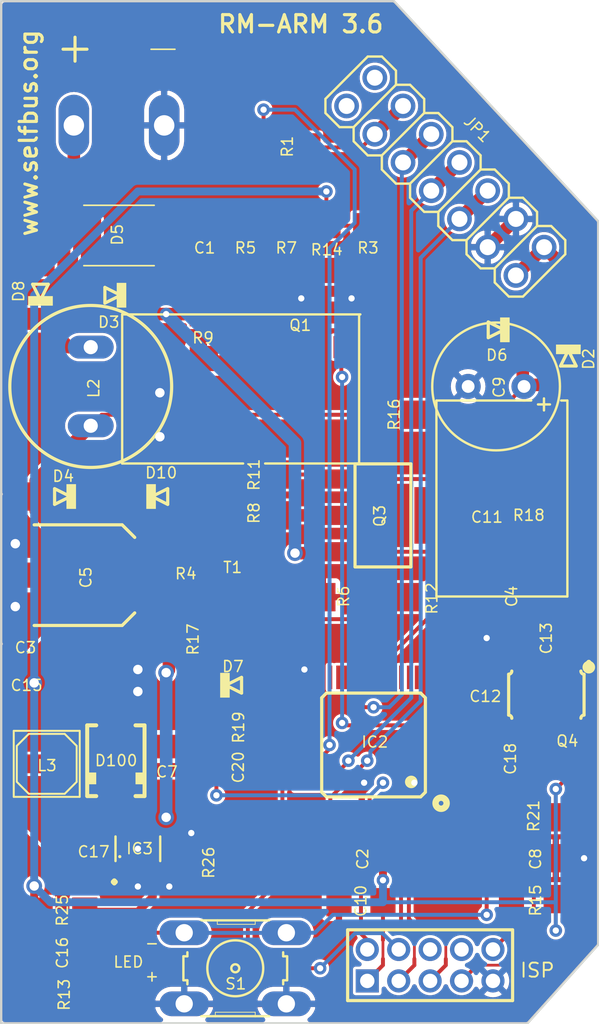
<source format=kicad_pcb>
(kicad_pcb (version 20171130) (host pcbnew 5.0.0-rc2-dev-unknown-6866c0c~65~ubuntu16.04.1)
  (layers (0 Top signal) (31 Bottom signal) (34 B.Paste user) (35 F.Paste user) (36 B.SilkS user) (37 F.SilkS user) (38 B.Mask user) (39 F.Mask user) (44 Edge.Cuts user))
  (net 0 "")
  (net 1 GND)
  (net 2 "Net-(C1-Pad2)")
  (net 3 "Net-(C1-Pad1)")
  (net 4 /EIB_OUT)
  (net 5 "Net-(C4-Pad1)")
  (net 6 "Net-(R12-Pad2)")
  (net 7 /PROG)
  (net 8 "Net-(R4-Pad1)")
  (net 9 "Net-(D10-PadA)")
  (net 10 "Net-(C11-Pad2)")
  (net 11 "Net-(D8-PadC)")
  (net 12 "Net-(JP1-Pad14)")
  (net 13 "Net-(JP1-Pad13)")
  (net 14 "Net-(JP1-Pad11)")
  (net 15 /LT5)
  (net 16 /TXD)
  (net 17 /RXD)
  (net 18 "Net-(D2-PadC)")
  (net 19 "Net-(Q1-PadB)")
  (net 20 "Net-(Q3-Pad2)")
  (net 21 /EIB_IN)
  (net 22 "Net-(D3-PadA)")
  (net 23 /RESET)
  (net 24 "Net-(C9-Pad+)")
  (net 25 "Net-(D10-PadC)")
  (net 26 "Net-(Q3-Pad4)")
  (net 27 "Net-(IC2-Pad48)")
  (net 28 /IO14)
  (net 29 /IO15)
  (net 30 /IO13)
  (net 31 /PWM)
  (net 32 /BUS_V1)
  (net 33 /IO12)
  (net 34 /SWDIO)
  (net 35 /LT9)
  (net 36 /IO11)
  (net 37 /IO10)
  (net 38 /IO9)
  (net 39 /LT8)
  (net 40 /IO8)
  (net 41 /SWCLK)
  (net 42 /IO7)
  (net 43 /IO6)
  (net 44 /IO1)
  (net 45 /IO3)
  (net 46 /IO4)
  (net 47 /IO2)
  (net 48 /APROG)
  (net 49 /LT4)
  (net 50 /LT3)
  (net 51 /LT6)
  (net 52 /SDA)
  (net 53 /SCL)
  (net 54 /LT2)
  (net 55 /LT1)
  (net 56 /ID2)
  (net 57 /ID1)
  (net 58 /IO5)
  (net 59 "Net-(IC2-Pad7)")
  (net 60 "Net-(C12-Pad2)")
  (net 61 /ISP_EN)
  (net 62 "Net-(IC2-Pad1)")
  (net 63 "Net-(C18-Pad1)")
  (net 64 "Net-(C17-Pad1)")
  (net 65 "Net-(C16-Pad1)")
  (net 66 "Net-(C17-Pad2)")
  (net 67 "Net-(JTAG1-Pad8)")
  (net 68 "Net-(JTAG1-Pad6)")
  (net 69 /LT7)
  (net 70 "Net-(LED1-Pad2)")
  (net 71 +3V3)
  (net 72 EIB_DC)
  (module Rauchmelder_3.6:C1206 (layer Top) (at 163.4 127 180)
    (fp_text reference C8 (at 0.3 0.7 90) (layer F.SilkS) (effects (font (size 0.7 0.7) (thickness 0.1)) (justify right top)))
    (fp_text value 10n hide)
    (pad 1 smd rect (at -1.4 0 180) (size 1.6 1.8) (layers Top F.Paste F.Mask) (net 1 GND))
    (pad 2 smd rect (at 1.4 0 180) (size 1.6 1.8) (layers Top F.Paste F.Mask) (net 23 /RESET))
  )
  (module Rauchmelder_3.6:C1206 (layer Top) (at 142.4 88.2 90)
    (fp_text reference C1 (at -0.4 -0.7 180) (layer F.SilkS) (effects (font (size 0.7 0.7) (thickness 0.1)) (justify left bottom)))
    (fp_text value 100n hide)
    (pad 1 smd rect (at -1.4 0 90) (size 1.6 1.8) (layers Top F.Paste F.Mask) (net 3 "Net-(C1-Pad1)"))
    (pad 2 smd rect (at 1.4 0 90) (size 1.6 1.8) (layers Top F.Paste F.Mask) (net 2 "Net-(C1-Pad2)"))
  )
  (module Rauchmelder_3.6:C1206 (layer Top) (at 152.4 127)
    (fp_text reference C2 (at -0.3 -0.7 90) (layer F.SilkS) (effects (font (size 0.7 0.7) (thickness 0.1)) (justify right top)))
    (fp_text value 1µF hide)
    (pad 1 smd rect (at -1.4 0) (size 1.6 1.8) (layers Top F.Paste F.Mask) (net 1 GND))
    (pad 2 smd rect (at 1.4 0) (size 1.6 1.8) (layers Top F.Paste F.Mask) (net 71 +3V3))
  )
  (module Rauchmelder_3.6:C1206 (layer Top) (at 162 110.4)
    (fp_text reference C4 (at 0.4 0.7 90) (layer F.SilkS) (effects (font (size 0.7 0.7) (thickness 0.1)) (justify left bottom)))
    (fp_text value 10n hide)
    (pad 1 smd rect (at -1.4 0) (size 1.6 1.8) (layers Top F.Paste F.Mask) (net 5 "Net-(C4-Pad1)"))
    (pad 2 smd rect (at 1.4 0) (size 1.6 1.8) (layers Top F.Paste F.Mask) (net 4 /EIB_OUT))
  )
  (module Rauchmelder_3.6:C1206 (layer Top) (at 160.4 105.2 90)
    (fp_text reference C11 (at 0.3 1.1 180) (layer F.SilkS) (effects (font (size 0.7 0.7) (thickness 0.1)) (justify right top)))
    (fp_text value 10n hide)
    (pad 1 smd rect (at -1.4 0 90) (size 1.6 1.8) (layers Top F.Paste F.Mask) (net 3 "Net-(C1-Pad1)"))
    (pad 2 smd rect (at 1.4 0 90) (size 1.6 1.8) (layers Top F.Paste F.Mask) (net 10 "Net-(C11-Pad2)"))
  )
  (module Rauchmelder_3.6:C1206 (layer Top) (at 152.4 129.8)
    (fp_text reference C10 (at 0.4 1 90) (layer F.SilkS) (effects (font (size 0.7 0.7) (thickness 0.1)) (justify left bottom)))
    (fp_text value 100nF hide)
    (pad 1 smd rect (at -1.4 0) (size 1.6 1.8) (layers Top F.Paste F.Mask) (net 1 GND))
    (pad 2 smd rect (at 1.4 0) (size 1.6 1.8) (layers Top F.Paste F.Mask) (net 71 +3V3))
  )
  (module Rauchmelder_3.6:C1206 (layer Top) (at 160.4 116.6 270)
    (fp_text reference C12 (at -0.3 -1 180) (layer F.SilkS) (effects (font (size 0.7 0.7) (thickness 0.1)) (justify right top)))
    (fp_text value 220p hide)
    (pad 1 smd rect (at -1.4 0 270) (size 1.6 1.8) (layers Top F.Paste F.Mask) (net 1 GND))
    (pad 2 smd rect (at 1.4 0 270) (size 1.6 1.8) (layers Top F.Paste F.Mask) (net 60 "Net-(C12-Pad2)"))
  )
  (module Rauchmelder_3.6:C1206 (layer Top) (at 161.8 120.6 180)
    (fp_text reference C18 (at 0.3 1 90) (layer F.SilkS) (effects (font (size 0.7 0.7) (thickness 0.1)) (justify right top)))
    (fp_text value 100p hide)
    (pad 1 smd rect (at -1.4 0 180) (size 1.6 1.8) (layers Top F.Paste F.Mask) (net 63 "Net-(C18-Pad1)"))
    (pad 2 smd rect (at 1.4 0 180) (size 1.6 1.8) (layers Top F.Paste F.Mask) (net 60 "Net-(C12-Pad2)"))
  )
  (module Rauchmelder_3.6:C1206 (layer Top) (at 164.2 113)
    (fp_text reference C13 (at 0.4 1.1 90) (layer F.SilkS) (effects (font (size 0.7 0.7) (thickness 0.1)) (justify left bottom)))
    (fp_text value 10n hide)
    (pad 1 smd rect (at -1.4 0) (size 1.6 1.8) (layers Top F.Paste F.Mask) (net 1 GND))
    (pad 2 smd rect (at 1.4 0) (size 1.6 1.8) (layers Top F.Paste F.Mask) (net 71 +3V3))
  )
  (module Rauchmelder_3.6:C1206 (layer Top) (at 144.6 121.2 180)
    (fp_text reference C20 (at -0.4 -1.1 270) (layer F.SilkS) (effects (font (size 0.7 0.7) (thickness 0.1)) (justify left bottom)))
    (fp_text value 100n hide)
    (pad 1 smd rect (at -1.4 0 180) (size 1.6 1.8) (layers Top F.Paste F.Mask) (net 1 GND))
    (pad 2 smd rect (at 1.4 0 180) (size 1.6 1.8) (layers Top F.Paste F.Mask) (net 32 /BUS_V1))
  )
  (module Rauchmelder_3.6:C1206 (layer Top) (at 134.6 116.2 180)
    (fp_text reference C15 (at 2.4 0.6) (layer F.SilkS) (effects (font (size 0.7 0.7) (thickness 0.1)) (justify right top)))
    (fp_text value 22µ/10V hide)
    (pad 1 smd rect (at -1.4 0 180) (size 1.6 1.8) (layers Top F.Paste F.Mask) (net 1 GND))
    (pad 2 smd rect (at 1.4 0 180) (size 1.6 1.8) (layers Top F.Paste F.Mask) (net 71 +3V3))
  )
  (module Rauchmelder_3.6:C1206 (layer Top) (at 135.2 126.6 270)
    (fp_text reference C17 (at 0.4 0.9 180) (layer F.SilkS) (effects (font (size 0.7 0.7) (thickness 0.1)) (justify left bottom)))
    (fp_text value 15nF hide)
    (pad 1 smd rect (at -1.4 0 270) (size 1.6 1.8) (layers Top F.Paste F.Mask) (net 64 "Net-(C17-Pad1)"))
    (pad 2 smd rect (at 1.4 0 270) (size 1.6 1.8) (layers Top F.Paste F.Mask) (net 66 "Net-(C17-Pad2)"))
  )
  (module Rauchmelder_3.6:C1206 (layer Top) (at 133.4 133 180)
    (fp_text reference C16 (at -0.4 -1.1 90) (layer F.SilkS) (effects (font (size 0.7 0.7) (thickness 0.1)) (justify left bottom)))
    (fp_text value 270n hide)
    (pad 1 smd rect (at -1.4 0 180) (size 1.6 1.8) (layers Top F.Paste F.Mask) (net 65 "Net-(C16-Pad1)"))
    (pad 2 smd rect (at 1.4 0 180) (size 1.6 1.8) (layers Top F.Paste F.Mask) (net 71 +3V3))
  )
  (module Rauchmelder_3.6:C1206 (layer Top) (at 134.6 113.8 180)
    (fp_text reference C3 (at 2.8 0.6) (layer F.SilkS) (effects (font (size 0.7 0.7) (thickness 0.1)) (justify right top)))
    (fp_text value 100n hide)
    (pad 1 smd rect (at -1.4 0 180) (size 1.6 1.8) (layers Top F.Paste F.Mask) (net 1 GND))
    (pad 2 smd rect (at 1.4 0 180) (size 1.6 1.8) (layers Top F.Paste F.Mask) (net 71 +3V3))
  )
  (module Rauchmelder_3.6:R1206 (layer Top) (at 163.4 124.4)
    (fp_text reference R21 (at 0.4 1 90) (layer F.SilkS) (effects (font (size 0.7 0.7) (thickness 0.1)) (justify left bottom)))
    (fp_text value 100k hide)
    (pad 2 smd rect (at 1.422 0) (size 1.6 1.803) (layers Top F.Paste F.Mask) (net 71 +3V3))
    (pad 1 smd rect (at -1.422 0) (size 1.6 1.803) (layers Top F.Paste F.Mask) (net 61 /ISP_EN))
  )
  (module Rauchmelder_3.6:R1206 (layer Top) (at 156.8 110.4 180)
    (fp_text reference R12 (at 0.3 1 90) (layer F.SilkS) (effects (font (size 0.7 0.7) (thickness 0.1)) (justify right top)))
    (fp_text value 5k6 hide)
    (pad 2 smd rect (at 1.422 0 180) (size 1.6 1.803) (layers Top F.Paste F.Mask) (net 6 "Net-(R12-Pad2)"))
    (pad 1 smd rect (at -1.422 0 180) (size 1.6 1.803) (layers Top F.Paste F.Mask) (net 5 "Net-(C4-Pad1)"))
  )
  (module Rauchmelder_3.6:R1206 (layer Top) (at 151.4 110.4)
    (fp_text reference R6 (at 0.3 0.7 90) (layer F.SilkS) (effects (font (size 0.7 0.7) (thickness 0.1)) (justify left bottom)))
    (fp_text value 100k hide)
    (pad 2 smd rect (at 1.422 0) (size 1.6 1.803) (layers Top F.Paste F.Mask) (net 6 "Net-(R12-Pad2)"))
    (pad 1 smd rect (at -1.422 0) (size 1.6 1.803) (layers Top F.Paste F.Mask) (net 1 GND))
  )
  (module Rauchmelder_3.6:R1206 (layer Top) (at 141.2 108.8 90)
    (fp_text reference R4 (at 0.3 0.8) (layer F.SilkS) (effects (font (size 0.7 0.7) (thickness 0.1)) (justify right top)))
    (fp_text value 2k2 hide)
    (pad 2 smd rect (at 1.422 0 90) (size 1.6 1.803) (layers Top F.Paste F.Mask) (net 9 "Net-(D10-PadA)"))
    (pad 1 smd rect (at -1.422 0 90) (size 1.6 1.803) (layers Top F.Paste F.Mask) (net 8 "Net-(R4-Pad1)"))
  )
  (module Rauchmelder_3.6:R1206 (layer Top) (at 145 88.2 270)
    (fp_text reference R5 (at 0.4 0.7) (layer F.SilkS) (effects (font (size 0.7 0.7) (thickness 0.1)) (justify left bottom)))
    (fp_text value 10k hide)
    (pad 2 smd rect (at 1.422 0 270) (size 1.6 1.803) (layers Top F.Paste F.Mask) (net 19 "Net-(Q1-PadB)"))
    (pad 1 smd rect (at -1.422 0 270) (size 1.6 1.803) (layers Top F.Paste F.Mask) (net 2 "Net-(C1-Pad2)"))
  )
  (module Rauchmelder_3.6:R1206 (layer Top) (at 147.6 81.8 180)
    (fp_text reference R1 (at 0.3 0.8 90) (layer F.SilkS) (effects (font (size 0.7 0.7) (thickness 0.1)) (justify right top)))
    (fp_text value 10k hide)
    (pad 2 smd rect (at 1.422 0 180) (size 1.6 1.803) (layers Top F.Paste F.Mask) (net 39 /LT8))
    (pad 1 smd rect (at -1.422 0 180) (size 1.6 1.803) (layers Top F.Paste F.Mask) (net 14 "Net-(JP1-Pad11)"))
  )
  (module Rauchmelder_3.6:R1206 (layer Top) (at 142.4 93.8 90)
    (fp_text reference R9 (at 0.3 0.7 180) (layer F.SilkS) (effects (font (size 0.7 0.7) (thickness 0.1)) (justify right top)))
    (fp_text value 100k hide)
    (pad 2 smd rect (at 1.422 0 90) (size 1.6 1.803) (layers Top F.Paste F.Mask) (net 3 "Net-(C1-Pad1)"))
    (pad 1 smd rect (at -1.422 0 90) (size 1.6 1.803) (layers Top F.Paste F.Mask) (net 1 GND))
  )
  (module Rauchmelder_3.6:R1206 (layer Top) (at 145.6 102.6 180)
    (fp_text reference R11 (at -0.4 -1.1 90) (layer F.SilkS) (effects (font (size 0.7 0.7) (thickness 0.1)) (justify left bottom)))
    (fp_text value 1k hide)
    (pad 2 smd rect (at 1.422 0 180) (size 1.6 1.803) (layers Top F.Paste F.Mask) (net 9 "Net-(D10-PadA)"))
    (pad 1 smd rect (at -1.422 0 180) (size 1.6 1.803) (layers Top F.Paste F.Mask) (net 10 "Net-(C11-Pad2)"))
  )
  (module Rauchmelder_3.6:R1206 (layer Top) (at 163 105.2 270)
    (fp_text reference R18 (at 0.4 1) (layer F.SilkS) (effects (font (size 0.7 0.7) (thickness 0.1)) (justify left bottom)))
    (fp_text value 1k hide)
    (pad 2 smd rect (at 1.422 0 270) (size 1.6 1.803) (layers Top F.Paste F.Mask) (net 3 "Net-(C1-Pad1)"))
    (pad 1 smd rect (at -1.422 0 270) (size 1.6 1.803) (layers Top F.Paste F.Mask) (net 10 "Net-(C11-Pad2)"))
  )
  (module Rauchmelder_3.6:R1206 (layer Top) (at 133.4 135.6)
    (fp_text reference R13 (at -0.3 -1 90) (layer F.SilkS) (effects (font (size 0.7 0.7) (thickness 0.1)) (justify right top)))
    (fp_text value 1k hide)
    (pad 2 smd rect (at 1.422 0) (size 1.6 1.803) (layers Top F.Paste F.Mask) (net 70 "Net-(LED1-Pad2)"))
    (pad 1 smd rect (at -1.422 0) (size 1.6 1.803) (layers Top F.Paste F.Mask) (net 71 +3V3))
  )
  (module Rauchmelder_3.6:R1206 (layer Top) (at 150.2 88.2 90)
    (fp_text reference R14 (at 0.3 1.1 180) (layer F.SilkS) (effects (font (size 0.7 0.7) (thickness 0.1)) (justify right top)))
    (fp_text value 82k hide)
    (pad 2 smd rect (at 1.422 0 90) (size 1.6 1.803) (layers Top F.Paste F.Mask) (net 71 +3V3))
    (pad 1 smd rect (at -1.422 0 90) (size 1.6 1.803) (layers Top F.Paste F.Mask) (net 19 "Net-(Q1-PadB)"))
  )
  (module Rauchmelder_3.6:R1206 (layer Top) (at 147.6 88.2 270)
    (fp_text reference R7 (at 0.4 0.7) (layer F.SilkS) (effects (font (size 0.7 0.7) (thickness 0.1)) (justify left bottom)))
    (fp_text value 47k hide)
    (pad 2 smd rect (at 1.422 0 270) (size 1.6 1.803) (layers Top F.Paste F.Mask) (net 19 "Net-(Q1-PadB)"))
    (pad 1 smd rect (at -1.422 0 270) (size 1.6 1.803) (layers Top F.Paste F.Mask) (net 1 GND))
  )
  (module Rauchmelder_3.6:R1206 (layer Top) (at 145.6 105.2)
    (fp_text reference R8 (at 0.4 0.6 90) (layer F.SilkS) (effects (font (size 0.7 0.7) (thickness 0.1)) (justify left bottom)))
    (fp_text value 5R6 hide)
    (pad 2 smd rect (at 1.422 0) (size 1.6 1.803) (layers Top F.Paste F.Mask) (net 20 "Net-(Q3-Pad2)"))
    (pad 1 smd rect (at -1.422 0) (size 1.6 1.803) (layers Top F.Paste F.Mask) (net 1 GND))
  )
  (module Rauchmelder_3.6:R1206 (layer Top) (at 152.8 88.2 90)
    (fp_text reference R3 (at -0.4 -0.7 180) (layer F.SilkS) (effects (font (size 0.7 0.7) (thickness 0.1)) (justify left bottom)))
    (fp_text value 10k hide)
    (pad 2 smd rect (at 1.422 0 90) (size 1.6 1.803) (layers Top F.Paste F.Mask) (net 71 +3V3))
    (pad 1 smd rect (at -1.422 0 90) (size 1.6 1.803) (layers Top F.Paste F.Mask) (net 21 /EIB_IN))
  )
  (module Rauchmelder_3.6:R1206 (layer Top) (at 163.4 129.6 180)
    (fp_text reference R15 (at 0.3 1 90) (layer F.SilkS) (effects (font (size 0.7 0.7) (thickness 0.1)) (justify right top)))
    (fp_text value 100k hide)
    (pad 2 smd rect (at 1.422 0 180) (size 1.6 1.803) (layers Top F.Paste F.Mask) (net 23 /RESET))
    (pad 1 smd rect (at -1.422 0 180) (size 1.6 1.803) (layers Top F.Paste F.Mask) (net 71 +3V3))
  )
  (module Rauchmelder_3.6:R1206 (layer Top) (at 154.4 98.8 180)
    (fp_text reference R16 (at 0.3 1.1 90) (layer F.SilkS) (effects (font (size 0.7 0.7) (thickness 0.1)) (justify right top)))
    (fp_text value 22k hide)
    (pad 2 smd rect (at 1.422 0 180) (size 1.6 1.803) (layers Top F.Paste F.Mask) (net 72 EIB_DC))
    (pad 1 smd rect (at -1.422 0 180) (size 1.6 1.803) (layers Top F.Paste F.Mask) (net 24 "Net-(C9-Pad+)"))
  )
  (module Rauchmelder_3.6:R1206 (layer Top) (at 141.6 113)
    (fp_text reference R17 (at -0.3 -1 90) (layer F.SilkS) (effects (font (size 0.7 0.7) (thickness 0.1)) (justify right top)))
    (fp_text value 91k hide)
    (pad 2 smd rect (at 1.422 0) (size 1.6 1.803) (layers Top F.Paste F.Mask) (net 32 /BUS_V1))
    (pad 1 smd rect (at -1.422 0) (size 1.6 1.803) (layers Top F.Paste F.Mask) (net 72 EIB_DC))
  )
  (module Rauchmelder_3.6:R1206 (layer Top) (at 144.6 118.6)
    (fp_text reference R19 (at -0.4 -1 90) (layer F.SilkS) (effects (font (size 0.7 0.7) (thickness 0.1)) (justify right top)))
    (fp_text value 10k hide)
    (pad 2 smd rect (at 1.422 0) (size 1.6 1.803) (layers Top F.Paste F.Mask) (net 1 GND))
    (pad 1 smd rect (at -1.422 0) (size 1.6 1.803) (layers Top F.Paste F.Mask) (net 32 /BUS_V1))
  )
  (module Rauchmelder_3.6:R1206 (layer Top) (at 133.4 130.4 180)
    (fp_text reference R25 (at -0.4 -1 90) (layer F.SilkS) (effects (font (size 0.7 0.7) (thickness 0.1)) (justify left bottom)))
    (fp_text value 2k4 hide)
    (pad 2 smd rect (at 1.422 0 180) (size 1.6 1.803) (layers Top F.Paste F.Mask) (net 71 +3V3))
    (pad 1 smd rect (at -1.422 0 180) (size 1.6 1.803) (layers Top F.Paste F.Mask) (net 65 "Net-(C16-Pad1)"))
  )
  (module Rauchmelder_3.6:R1206 (layer Top) (at 142.6 127.2 180)
    (fp_text reference R26 (at 0.3 1 90) (layer F.SilkS) (effects (font (size 0.7 0.7) (thickness 0.1)) (justify right top)))
    (fp_text value 680R hide)
    (pad 2 smd rect (at 1.422 0 180) (size 1.6 1.803) (layers Top F.Paste F.Mask) (net 65 "Net-(C16-Pad1)"))
    (pad 1 smd rect (at -1.422 0 180) (size 1.6 1.803) (layers Top F.Paste F.Mask) (net 1 GND))
  )
  (module Rauchmelder_3.6:R1206 (layer Top) (at 137.6 133.6 270)
    (fp_text reference LED1 hide)
    (fp_text value LED3MM hide)
    (pad 2 smd rect (at 1.422 0 270) (size 1.6 1.803) (layers Top F.Paste F.Mask) (net 70 "Net-(LED1-Pad2)"))
    (pad 1 smd rect (at -1.422 0 270) (size 1.6 1.803) (layers Top F.Paste F.Mask) (net 7 /PROG))
  )
  (module Rauchmelder_3.6:LQFP48 (layer Top) (at 153.2 119.8 180)
    (fp_text reference IC2 (at -1 0.6 180) (layer F.SilkS) (effects (font (size 0.7 0.7) (thickness 0.1)) (justify right top)))
    (fp_text value LPC1115 hide)
    (pad 48 smd rect (at -2.75 -4.3 180) (size 0.25 1.5) (layers Top F.Paste F.Mask) (net 27 "Net-(IC2-Pad48)"))
    (pad 47 smd rect (at -2.25 -4.3 180) (size 0.25 1.5) (layers Top F.Paste F.Mask) (net 28 /IO14))
    (pad 46 smd rect (at -1.75 -4.3 180) (size 0.25 1.5) (layers Top F.Paste F.Mask) (net 29 /IO15))
    (pad 45 smd rect (at -1.25 -4.3 180) (size 0.25 1.5) (layers Top F.Paste F.Mask) (net 30 /IO13))
    (pad 44 smd rect (at -0.75 -4.3 180) (size 0.25 1.5) (layers Top F.Paste F.Mask) (net 71 +3V3))
    (pad 43 smd rect (at -0.25 -4.3 180) (size 0.25 1.5) (layers Top F.Paste F.Mask) (net 31 /PWM))
    (pad 42 smd rect (at 0.25 -4.3 180) (size 0.25 1.5) (layers Top F.Paste F.Mask) (net 32 /BUS_V1))
    (pad 41 smd rect (at 0.75 -4.3 180) (size 0.25 1.5) (layers Top F.Paste F.Mask) (net 1 GND))
    (pad 40 smd rect (at 1.25 -4.3 180) (size 0.25 1.5) (layers Top F.Paste F.Mask) (net 33 /IO12))
    (pad 39 smd rect (at 1.75 -4.3 180) (size 0.25 1.5) (layers Top F.Paste F.Mask) (net 34 /SWDIO))
    (pad 38 smd rect (at 2.25 -4.3 180) (size 0.25 1.5) (layers Top F.Paste F.Mask) (net 35 /LT9))
    (pad 37 smd rect (at 2.75 -4.3 180) (size 0.25 1.5) (layers Top F.Paste F.Mask) (net 17 /RXD))
    (pad 36 smd rect (at 4.3 -2.75 180) (size 1.5 0.25) (layers Top F.Paste F.Mask) (net 16 /TXD))
    (pad 35 smd rect (at 4.3 -2.25 180) (size 1.5 0.25) (layers Top F.Paste F.Mask) (net 36 /IO11))
    (pad 34 smd rect (at 4.3 -1.75 180) (size 1.5 0.25) (layers Top F.Paste F.Mask) (net 37 /IO10))
    (pad 33 smd rect (at 4.3 -1.25 180) (size 1.5 0.25) (layers Top F.Paste F.Mask) (net 38 /IO9))
    (pad 32 smd rect (at 4.3 -0.75 180) (size 1.5 0.25) (layers Top F.Paste F.Mask) (net 39 /LT8))
    (pad 31 smd rect (at 4.3 -0.25 180) (size 1.5 0.25) (layers Top F.Paste F.Mask) (net 40 /IO8))
    (pad 30 smd rect (at 4.3 0.25 180) (size 1.5 0.25) (layers Top F.Paste F.Mask) (net 69 /LT7))
    (pad 29 smd rect (at 4.3 0.75 180) (size 1.5 0.25) (layers Top F.Paste F.Mask) (net 41 /SWCLK))
    (pad 28 smd rect (at 4.3 1.25 180) (size 1.5 0.25) (layers Top F.Paste F.Mask) (net 42 /IO7))
    (pad 27 smd rect (at 4.3 1.75 180) (size 1.5 0.25) (layers Top F.Paste F.Mask) (net 43 /IO6))
    (pad 26 smd rect (at 4.3 2.25 180) (size 1.5 0.25) (layers Top F.Paste F.Mask) (net 44 /IO1))
    (pad 25 smd rect (at 4.3 2.75 180) (size 1.5 0.25) (layers Top F.Paste F.Mask) (net 45 /IO3))
    (pad 24 smd rect (at 2.75 4.3 180) (size 0.25 1.5) (layers Top F.Paste F.Mask) (net 46 /IO4))
    (pad 23 smd rect (at 2.25 4.3 180) (size 0.25 1.5) (layers Top F.Paste F.Mask) (net 47 /IO2))
    (pad 22 smd rect (at 1.75 4.3 180) (size 0.25 1.5) (layers Top F.Paste F.Mask) (net 48 /APROG))
    (pad 21 smd rect (at 1.25 4.3 180) (size 0.25 1.5) (layers Top F.Paste F.Mask) (net 15 /LT5))
    (pad 20 smd rect (at 0.75 4.3 180) (size 0.25 1.5) (layers Top F.Paste F.Mask) (net 49 /LT4))
    (pad 19 smd rect (at 0.25 4.3 180) (size 0.25 1.5) (layers Top F.Paste F.Mask) (net 50 /LT3))
    (pad 18 smd rect (at -0.25 4.3 180) (size 0.25 1.5) (layers Top F.Paste F.Mask) (net 51 /LT6))
    (pad 17 smd rect (at -0.75 4.3 180) (size 0.25 1.5) (layers Top F.Paste F.Mask) (net 4 /EIB_OUT))
    (pad 16 smd rect (at -1.25 4.3 180) (size 0.25 1.5) (layers Top F.Paste F.Mask) (net 52 /SDA))
    (pad 15 smd rect (at -1.75 4.3 180) (size 0.25 1.5) (layers Top F.Paste F.Mask) (net 53 /SCL))
    (pad 14 smd rect (at -2.25 4.3 180) (size 0.25 1.5) (layers Top F.Paste F.Mask) (net 54 /LT2))
    (pad 13 smd rect (at -2.75 4.3 180) (size 0.25 1.5) (layers Top F.Paste F.Mask) (net 55 /LT1))
    (pad 12 smd rect (at -4.3 2.75 180) (size 1.5 0.25) (layers Top F.Paste F.Mask) (net 56 /ID2))
    (pad 11 smd rect (at -4.3 2.25 180) (size 1.5 0.25) (layers Top F.Paste F.Mask) (net 57 /ID1))
    (pad 10 smd rect (at -4.3 1.75 180) (size 1.5 0.25) (layers Top F.Paste F.Mask) (net 58 /IO5))
    (pad 9 smd rect (at -4.3 1.25 180) (size 1.5 0.25) (layers Top F.Paste F.Mask) (net 21 /EIB_IN))
    (pad 8 smd rect (at -4.3 0.75 180) (size 1.5 0.25) (layers Top F.Paste F.Mask) (net 71 +3V3))
    (pad 7 smd rect (at -4.3 0.25 180) (size 1.5 0.25) (layers Top F.Paste F.Mask) (net 59 "Net-(IC2-Pad7)"))
    (pad 6 smd rect (at -4.3 -0.25 180) (size 1.5 0.25) (layers Top F.Paste F.Mask) (net 60 "Net-(C12-Pad2)"))
    (pad 5 smd rect (at -4.3 -0.75 180) (size 1.5 0.25) (layers Top F.Paste F.Mask) (net 1 GND))
    (pad 4 smd rect (at -4.3 -1.25 180) (size 1.5 0.25) (layers Top F.Paste F.Mask) (net 61 /ISP_EN))
    (pad 3 smd rect (at -4.3 -1.75 180) (size 1.5 0.25) (layers Top F.Paste F.Mask) (net 23 /RESET))
    (pad 2 smd rect (at -4.3 -2.25 180) (size 1.5 0.25) (layers Top F.Paste F.Mask) (net 7 /PROG))
    (pad 1 smd rect (at -4.3 -2.75 180) (size 1.5 0.25) (layers Top F.Paste F.Mask) (net 62 "Net-(IC2-Pad1)"))
  )
  (module Rauchmelder_3.6:ASF (layer Top) (at 164.2 116.6 180)
    (fp_text reference Q4 (at -2.1 -2.54) (layer F.SilkS) (effects (font (size 0.7 0.7) (thickness 0.1)) (justify right top)))
    (fp_text value ASF hide)
    (pad 4 smd rect (at -1.25 -1.15) (size 1.6 1.5) (layers Top F.Paste F.Mask) (net 71 +3V3))
    (pad 3 smd rect (at 1.25 -1.15) (size 1.6 1.5) (layers Top F.Paste F.Mask) (net 63 "Net-(C18-Pad1)"))
    (pad 2 smd rect (at 1.25 1.15 180) (size 1.6 1.5) (layers Top F.Paste F.Mask) (net 1 GND))
    (pad 1 smd rect (at -1.25 1.15 180) (size 1.6 1.5) (layers Top F.Paste F.Mask) (net 71 +3V3))
  )
  (module Rauchmelder_3.6:SANYO-OSCON_SMD_C6 (layer Top) (at 134.8 109)
    (fp_text reference C5 (at 0.5 0.9 90) (layer F.SilkS) (effects (font (size 0.7 0.7) (thickness 0.1)) (justify left bottom)))
    (fp_text value 100µ hide)
    (pad + smd rect (at 2.8 0) (size 3.5 1.6) (layers Top F.Paste F.Mask) (net 72 EIB_DC))
    (pad - smd rect (at -2.8 0) (size 3.5 1.6) (layers Top F.Paste F.Mask) (net 1 GND))
  )
  (module Rauchmelder_3.6:SOT223 (layer Top) (at 153.8 105.2 270)
    (fp_text reference Q3 (at 0.8 -0.2 90) (layer F.SilkS) (effects (font (size 0.7 0.7) (thickness 0.1)) (justify left bottom)))
    (fp_text value BCP52 hide)
    (pad 1 smd rect (at -2.3114 3.0988 270) (size 1.2192 2.2352) (layers Top F.Paste F.Mask) (net 10 "Net-(C11-Pad2)"))
    (pad 2 smd rect (at 0 3.0988 270) (size 1.2192 2.2352) (layers Top F.Paste F.Mask) (net 20 "Net-(Q3-Pad2)"))
    (pad 3 smd rect (at 2.3114 3.0988 270) (size 1.2192 2.2352) (layers Top F.Paste F.Mask) (net 3 "Net-(C1-Pad1)"))
    (pad 4 smd rect (at 0 -3.099 270) (size 3.6 2.2) (layers Top F.Paste F.Mask) (net 26 "Net-(Q3-Pad4)"))
  )
  (module Rauchmelder_3.6:MINIMELF (layer Top) (at 132 91 90)
    (fp_text reference D8 (at 0.8 -1.8 90) (layer F.SilkS) (effects (font (size 0.7 0.7) (thickness 0.1)) (justify right top)))
    (fp_text value 1N4148 hide)
    (pad A smd rect (at 1.7 0 90) (size 1.4 1.8) (layers Top F.Paste F.Mask) (net 22 "Net-(D3-PadA)"))
    (pad C smd rect (at -1.7 0 90) (size 1.4 1.8) (layers Top F.Paste F.Mask) (net 11 "Net-(D8-PadC)"))
  )
  (module Rauchmelder_3.6:SOT23-BEC (layer Top) (at 150.2 93.4)
    (fp_text reference Q1 (at -0.9 -0.7 -180) (layer F.SilkS) (effects (font (size 0.7 0.7) (thickness 0.1)) (justify right top)))
    (fp_text value BC856 hide)
    (pad B smd rect (at -0.95 1.1) (size 1 1.4) (layers Top F.Paste F.Mask) (net 19 "Net-(Q1-PadB)"))
    (pad E smd rect (at 0.95 1.1) (size 1 1.4) (layers Top F.Paste F.Mask) (net 21 /EIB_IN))
    (pad C smd rect (at 0 -1.1) (size 1 1.4) (layers Top F.Paste F.Mask) (net 1 GND))
  )
  (module Rauchmelder_3.6:B3F-10XX (layer Top) (at 144.4 134 180)
    (fp_text reference S1 (at 0.7 -1.4) (layer F.SilkS) (effects (font (size 0.7 0.7) (thickness 0.1)) (justify left bottom)))
    (fp_text value 10-XX hide)
    (pad 4 thru_hole oval (at 3.2512 2.2606 180) (size 3.1496 1.5748) (drill 1.1) (layers *.Cu *.Mask) (net 7 /PROG))
    (pad 2 thru_hole oval (at 3.2512 -2.2606 180) (size 3.1496 1.5748) (drill 1.1) (layers *.Cu *.Mask) (net 1 GND))
    (pad 3 thru_hole oval (at -3.2512 2.2606 180) (size 3.1496 1.5748) (drill 1.1) (layers *.Cu *.Mask) (net 7 /PROG))
    (pad 1 thru_hole oval (at -3.2512 -2.2606 180) (size 3.1496 1.5748) (drill 1.1) (layers *.Cu *.Mask) (net 1 GND))
  )
  (module Rauchmelder_3.6:BS11 (layer Top) (at 135.2 97 270)
    (fp_text reference L2 (at 0.8 -0.6 90) (layer F.SilkS) (effects (font (size 0.7 0.7) (thickness 0.1)) (justify left bottom)))
    (fp_text value 150mH hide)
    (pad 2 thru_hole oval (at 2.5 0) (size 2.9176 1.4588) (drill 0.9) (layers *.Cu *.Mask) (net 72 EIB_DC))
    (pad 1 thru_hole oval (at -2.5 0) (size 2.9176 1.4588) (drill 0.9) (layers *.Cu *.Mask) (net 11 "Net-(D8-PadC)"))
  )
  (module Rauchmelder_3.6:2X07 (layer Top) (at 157.7712 83.6536 135)
    (fp_text reference JP1 (at 1.714593 3.169535 135) (layer F.SilkS) (effects (font (size 0.7 0.7) (thickness 0.1)) (justify left bottom)))
    (fp_text value PINHD-2X7 hide)
    (pad 14 thru_hole circle (at 7.62 -1.27 135) (size 1.5748 1.5748) (drill 1.016) (layers *.Cu *.Mask) (net 12 "Net-(JP1-Pad14)"))
    (pad 13 thru_hole circle (at 7.62 1.27 135) (size 1.5748 1.5748) (drill 1.016) (layers *.Cu *.Mask) (net 13 "Net-(JP1-Pad13)"))
    (pad 12 thru_hole circle (at 5.08 -1.27 135) (size 1.5748 1.5748) (drill 1.016) (layers *.Cu *.Mask) (net 14 "Net-(JP1-Pad11)"))
    (pad 11 thru_hole circle (at 5.08 1.27 135) (size 1.5748 1.5748) (drill 1.016) (layers *.Cu *.Mask) (net 14 "Net-(JP1-Pad11)"))
    (pad 10 thru_hole circle (at 2.54 -1.27 135) (size 1.5748 1.5748) (drill 1.016) (layers *.Cu *.Mask) (net 15 /LT5))
    (pad 9 thru_hole circle (at 2.54 1.27 135) (size 1.5748 1.5748) (drill 1.016) (layers *.Cu *.Mask) (net 15 /LT5))
    (pad 8 thru_hole circle (at 0 -1.270001 135) (size 1.5748 1.5748) (drill 1.016) (layers *.Cu *.Mask) (net 16 /TXD))
    (pad 7 thru_hole circle (at 0 1.270001 135) (size 1.5748 1.5748) (drill 1.016) (layers *.Cu *.Mask) (net 16 /TXD))
    (pad 6 thru_hole circle (at -2.54 -1.27 135) (size 1.5748 1.5748) (drill 1.016) (layers *.Cu *.Mask) (net 17 /RXD))
    (pad 5 thru_hole circle (at -2.54 1.27 135) (size 1.5748 1.5748) (drill 1.016) (layers *.Cu *.Mask) (net 17 /RXD))
    (pad 4 thru_hole circle (at -5.08 -1.27 135) (size 1.5748 1.5748) (drill 1.016) (layers *.Cu *.Mask) (net 1 GND))
    (pad 3 thru_hole circle (at -5.08 1.27 135) (size 1.5748 1.5748) (drill 1.016) (layers *.Cu *.Mask) (net 1 GND))
    (pad 2 thru_hole circle (at -7.62 -1.27 135) (size 1.5748 1.5748) (drill 1.016) (layers *.Cu *.Mask) (net 18 "Net-(D2-PadC)"))
    (pad 1 thru_hole circle (at -7.62 1.27 135) (size 1.5748 1.5748) (drill 1.016) (layers *.Cu *.Mask) (net 18 "Net-(D2-PadC)"))
  )
  (module Rauchmelder_3.6:SMBJ (layer Top) (at 137 87.4)
    (fp_text reference D5 (at 0.3 0.7 90) (layer F.SilkS) (effects (font (size 0.7 0.7) (thickness 0.1)) (justify left bottom)))
    (fp_text value SMAJ40 hide)
    (pad A smd rect (at 2.04 0 180) (size 1.78 2.16) (layers Top F.Paste F.Mask) (net 1 GND))
    (pad C smd rect (at -2.03 0) (size 1.78 2.16) (layers Top F.Paste F.Mask) (net 22 "Net-(D3-PadA)"))
  )
  (module Rauchmelder_3.6:E3,5-8 (layer Top) (at 161 97 180)
    (fp_text reference C9 (at -0.6 -0.8 90) (layer F.SilkS) (effects (font (size 0.7 0.7) (thickness 0.1)) (justify left bottom)))
    (fp_text value 330µ hide)
    (pad + thru_hole circle (at -1.778 0 180) (size 1.6002 1.6002) (drill 0.8128) (layers *.Cu *.Mask) (net 24 "Net-(C9-Pad+)"))
    (pad - thru_hole circle (at 1.778 0 180) (size 1.6002 1.6002) (drill 0.8128) (layers *.Cu *.Mask) (net 1 GND))
  )
  (module Rauchmelder_3.6:BUSKLEMME243-724 (layer Top) (at 137 80.4 180)
    (fp_text reference U$1 hide)
    (fp_text value EIB hide)
    (pad 2 thru_hole oval (at 2.875 0 270) (size 3.9 1.95) (drill 1.3) (layers *.Cu *.Mask) (net 22 "Net-(D3-PadA)"))
    (pad 1 thru_hole oval (at -2.875 0 270) (size 3.9 1.95) (drill 1.3) (layers *.Cu *.Mask) (net 1 GND))
  )
  (module Rauchmelder_3.6:MINIMELF (layer Top) (at 165.6 95.2 270)
    (fp_text reference D2 (at 0.8 -1.7 90) (layer F.SilkS) (effects (font (size 0.7 0.7) (thickness 0.1)) (justify left bottom)))
    (fp_text value BAT46 hide)
    (pad A smd rect (at 1.7 0 270) (size 1.4 1.8) (layers Top F.Paste F.Mask) (net 24 "Net-(C9-Pad+)"))
    (pad C smd rect (at -1.7 0 270) (size 1.4 1.8) (layers Top F.Paste F.Mask) (net 18 "Net-(D2-PadC)"))
  )
  (module Rauchmelder_3.6:MINIMELF (layer Top) (at 136.6 91.2 180)
    (fp_text reference D3 (at -0.5 -1.3) (layer F.SilkS) (effects (font (size 0.7 0.7) (thickness 0.1)) (justify right top)))
    (fp_text value 1N4148 hide)
    (pad A smd rect (at 1.7 0 180) (size 1.4 1.8) (layers Top F.Paste F.Mask) (net 22 "Net-(D3-PadA)"))
    (pad C smd rect (at -1.7 0 180) (size 1.4 1.8) (layers Top F.Paste F.Mask) (net 3 "Net-(C1-Pad1)"))
  )
  (module Rauchmelder_3.6:MINIMELF (layer Top) (at 133.4 104 180)
    (fp_text reference D4 (at -0.8 1.7) (layer F.SilkS) (effects (font (size 0.7 0.7) (thickness 0.1)) (justify right top)))
    (fp_text value 1N4148 hide)
    (pad C smd rect (at -1.7 0 180) (size 1.4 1.8) (layers Top F.Paste F.Mask) (net 25 "Net-(D10-PadC)"))
    (pad A smd rect (at 1.7 0 180) (size 1.4 1.8) (layers Top F.Paste F.Mask) (net 72 EIB_DC))
  )
  (module Rauchmelder_3.6:SOT23 (layer Top) (at 144.8 109.8 90)
    (fp_text reference T1 (at 1.7 0.1) (layer F.SilkS) (effects (font (size 0.7 0.7) (thickness 0.1)) (justify right top)))
    (fp_text value BC847C hide)
    (pad 3 smd rect (at 0 -1.1 90) (size 1 1.4) (layers Top F.Paste F.Mask) (net 8 "Net-(R4-Pad1)"))
    (pad 2 smd rect (at 0.95 1.1 90) (size 1 1.4) (layers Top F.Paste F.Mask) (net 20 "Net-(Q3-Pad2)"))
    (pad 1 smd rect (at -0.95 1.1 90) (size 1 1.4) (layers Top F.Paste F.Mask) (net 6 "Net-(R12-Pad2)"))
  )
  (module Rauchmelder_3.6:MINIMELF (layer Top) (at 139.6 104)
    (fp_text reference D10 (at -1 -1.1) (layer F.SilkS) (effects (font (size 0.7 0.7) (thickness 0.1)) (justify left bottom)))
    (fp_text value 7,5V hide)
    (pad C smd rect (at -1.7 0) (size 1.4 1.8) (layers Top F.Paste F.Mask) (net 25 "Net-(D10-PadC)"))
    (pad A smd rect (at 1.7 0) (size 1.4 1.8) (layers Top F.Paste F.Mask) (net 9 "Net-(D10-PadA)"))
  )
  (module Rauchmelder_3.6:MINIMELF (layer Top) (at 161 93.4 180)
    (fp_text reference D6 (at -0.8 -1.2) (layer F.SilkS) (effects (font (size 0.7 0.7) (thickness 0.1)) (justify right top)))
    (fp_text value 12V hide)
    (pad A smd rect (at 1.7 0 180) (size 1.4 1.8) (layers Top F.Paste F.Mask) (net 1 GND))
    (pad C smd rect (at -1.7 0 180) (size 1.4 1.8) (layers Top F.Paste F.Mask) (net 24 "Net-(C9-Pad+)"))
  )
  (module Rauchmelder_3.6:2X05M (layer Top) (at 156.8012 133.8036)
    (fp_text reference JTAG1 hide)
    (fp_text value J hide)
    (pad 1 thru_hole rect (at -4 1) (size 1.4732 1.4732) (drill 0.9144) (layers *.Cu *.Mask) (net 71 +3V3))
    (pad 2 thru_hole circle (at -4 -1) (size 1.4732 1.4732) (drill 0.9144) (layers *.Cu *.Mask) (net 34 /SWDIO))
    (pad 3 thru_hole circle (at -2 1) (size 1.4732 1.4732) (drill 0.9144) (layers *.Cu *.Mask) (net 29 /IO15))
    (pad 4 thru_hole circle (at -2 -1) (size 1.4732 1.4732) (drill 0.9144) (layers *.Cu *.Mask) (net 41 /SWCLK))
    (pad 5 thru_hole circle (at 0 1) (size 1.4732 1.4732) (drill 0.9144) (layers *.Cu *.Mask) (net 28 /IO14))
    (pad 6 thru_hole circle (at 0 -1) (size 1.4732 1.4732) (drill 0.9144) (layers *.Cu *.Mask) (net 68 "Net-(JTAG1-Pad6)"))
    (pad 7 thru_hole circle (at 2 1) (size 1.4732 1.4732) (drill 0.9144) (layers *.Cu *.Mask) (net 61 /ISP_EN))
    (pad 8 thru_hole circle (at 2 -1) (size 1.4732 1.4732) (drill 0.9144) (layers *.Cu *.Mask) (net 67 "Net-(JTAG1-Pad8)"))
    (pad 9 thru_hole circle (at 4 1) (size 1.4732 1.4732) (drill 0.9144) (layers *.Cu *.Mask) (net 1 GND))
    (pad 10 thru_hole circle (at 4 -1) (size 1.4732 1.4732) (drill 0.9144) (layers *.Cu *.Mask) (net 23 /RESET))
  )
  (module Rauchmelder_3.6:MINIMELF (layer Top) (at 144.3 116)
    (fp_text reference D7 (at 0.7 -1.6 -180) (layer F.SilkS) (effects (font (size 0.7 0.7) (thickness 0.1)) (justify right top)))
    (fp_text value 3V6 hide)
    (pad A smd rect (at 1.7 0) (size 1.4 1.8) (layers Top F.Paste F.Mask) (net 1 GND))
    (pad C smd rect (at -1.7 0) (size 1.4 1.8) (layers Top F.Paste F.Mask) (net 32 /BUS_V1))
  )
  (module Rauchmelder_3.6:SOT23-6 (layer Top) (at 138.2 126.4)
    (fp_text reference IC3 (at -0.8 0.4) (layer F.SilkS) (effects (font (size 0.7 0.7) (thickness 0.1)) (justify left bottom)))
    (fp_text value BD9G101 hide)
    (pad 6 smd rect (at -0.95 -1.15) (size 0.6 0.9) (layers Top F.Paste F.Mask) (net 64 "Net-(C17-Pad1)"))
    (pad 5 smd rect (at 0 -1.15) (size 0.6 0.9) (layers Top F.Paste F.Mask) (net 72 EIB_DC))
    (pad 4 smd rect (at 0.95 -1.15) (size 0.6 0.9) (layers Top F.Paste F.Mask) (net 72 EIB_DC))
    (pad 3 smd rect (at 0.95 1.15) (size 0.6 0.9) (layers Top F.Paste F.Mask) (net 65 "Net-(C16-Pad1)"))
    (pad 2 smd rect (at 0 1.15) (size 0.6 0.9) (layers Top F.Paste F.Mask) (net 1 GND))
    (pad 1 smd rect (at -0.95 1.15) (size 0.6 0.9) (layers Top F.Paste F.Mask) (net 66 "Net-(C17-Pad2)"))
  )
  (module Rauchmelder_3.6:PIS2812 (layer Top) (at 132.4 121 180)
    (fp_text reference L3 (at -0.7 0.3 180) (layer F.SilkS) (effects (font (size 0.7 0.7) (thickness 0.1)) (justify right top)))
    (fp_text value 6.8µH hide)
    (pad P$2 smd rect (at 0 2.025 180) (size 3.6 2.5) (layers Top F.Paste F.Mask) (net 71 +3V3))
    (pad P$1 smd rect (at 0 -2.025 180) (size 3.6 2.5) (layers Top F.Paste F.Mask) (net 64 "Net-(C17-Pad1)"))
  )
  (module Rauchmelder_3.6:C1206K (layer Top) (at 140.2 121.4 270)
    (fp_text reference C7 (at -0.3 -0.6 180) (layer F.SilkS) (effects (font (size 0.7 0.7) (thickness 0.1)) (justify right top)))
    (fp_text value 4.7µF/50V hide)
    (pad 2 smd rect (at 1.5 0 270) (size 1.5 2) (layers Top F.Paste F.Mask) (net 72 EIB_DC))
    (pad 1 smd rect (at -1.5 0 270) (size 1.5 2) (layers Top F.Paste F.Mask) (net 1 GND))
  )
  (module Rauchmelder_3.6:SMA (layer Top) (at 136.8 120.8 90)
    (fp_text reference D100 (at -0.4 -1.4 180) (layer F.SilkS) (effects (font (size 0.7 0.7) (thickness 0.1)) (justify left bottom)))
    (fp_text value MBRS1100 hide)
    (pad A smd rect (at 2 0 90) (size 2 2) (layers Top F.Paste F.Mask) (net 1 GND))
    (pad C smd rect (at -2 0 90) (size 2 2) (layers Top F.Paste F.Mask) (net 64 "Net-(C17-Pad1)"))
  )
  (gr_text . (at 136.7 127.9) (layer F.SilkS) (effects (font (size 1.5 1.5) (thickness 0.3))))
  (gr_text . (at 166.9 114) (layer F.SilkS) (effects (font (size 1.5 1.5) (thickness 0.3))))
  (gr_text LED (at 137.6 133.6) (layer F.SilkS) (effects (font (size 0.7 0.7) (thickness 0.1))))
  (gr_line (start 146.3 101.9) (end 152.3 101.9) (layer F.SilkS) (width 0.15))
  (gr_text - (at 139.8 75.4) (layer F.SilkS) (effects (font (size 2 2) (thickness 0.1))))
  (gr_text + (at 134.2 75.4) (layer F.SilkS) (effects (font (size 2 2) (thickness 0.2))))
  (gr_text - (at 138.6 132.8) (layer F.SilkS) (effects (font (size 0.7 0.7) (thickness 0.1)) (justify left bottom)))
  (gr_line (start 129.501 103.8485) (end 129.536 103.8485) (layer Edge.Cuts) (width 0.15))
  (gr_line (start 129.536 113.3735) (end 129.501 113.3735) (layer Edge.Cuts) (width 0.15))
  (gr_line (start 129.5 137.5) (end 129.5 72.5) (layer Edge.Cuts) (width 0.15))
  (gr_line (start 129.5 72.5) (end 154.5 72.5) (layer Edge.Cuts) (width 0.15))
  (gr_line (start 129.5 137.5) (end 163 137.5) (layer Edge.Cuts) (width 0.15))
  (gr_line (start 163 137.5) (end 167.5 132.5) (layer Edge.Cuts) (width 0.15))
  (gr_line (start 167.5 132.5) (end 167.5 86.5) (layer Edge.Cuts) (width 0.15))
  (gr_line (start 154.5 72.5) (end 167.5 86.5) (layer Edge.Cuts) (width 0.15))
  (gr_line (start 152.36125 92.4186) (end 137.20055 92.4186) (layer F.SilkS) (width 0.15))
  (gr_line (start 137.20055 92.4186) (end 137.2 101.9) (layer F.SilkS) (width 0.15))
  (gr_line (start 137.2 101.9) (end 144.9 101.9) (layer F.SilkS) (width 0.15))
  (gr_line (start 152.28185 101.9436) (end 152.28185 92.498) (layer F.SilkS) (width 0.15))
  (gr_text + (at 138.6 134.9) (layer F.SilkS) (effects (font (size 0.7 0.7) (thickness 0.1)) (justify left bottom)))
  (gr_text ISP (at 164.8 133.6) (layer F.SilkS) (effects (font (size 0.9 0.9) (thickness 0.12)) (justify right top)))
  (gr_text www.selfbus.org (at 130.6 74.2 90) (layer F.SilkS) (effects (font (size 1.1 1.1) (thickness 0.2)) (justify right top)))
  (gr_text "RM-ARM 3.6" (at 143.2 74.6) (layer F.SilkS) (effects (font (size 1.1 1.1) (thickness 0.2)) (justify left bottom)))
  (gr_circle (center 166.9012 114.8536) (end 167.3012 114.8536) (layer F.SilkS) (width 0))
  (gr_line (start 157.203075 97.895475) (end 157.203075 110.35735) (layer F.SilkS) (width 0.15))
  (gr_line (start 157.203075 110.35735) (end 165.53745 110.35735) (layer F.SilkS) (width 0.15))
  (gr_line (start 165.53745 110.35735) (end 165.53745 97.895475) (layer F.SilkS) (width 0.15))
  (gr_line (start 165.53745 97.895475) (end 165.140575 97.895475) (layer F.SilkS) (width 0.15))
  (gr_line (start 157.203075 97.895475) (end 163.235575 97.895475) (layer F.SilkS) (width 0.15))
  (segment (start 141.20865 136.2716) (end 147.71105 136.2716) (width 0.4) (layer Top) (net 1))
  (via (at 152.6 122.2) (size 0.8) (drill 0.4) (layers Top Bottom) (net 1))
  (segment (start 145.8732 113.2596) (end 146.0292 113.1036) (width 0.2) (layer Top) (net 1))
  (segment (start 145.7512 115.7256) (end 145.751199 115.7256) (width 0.2) (layer Top) (net 1))
  (segment (start 145.751199 115.7256) (end 145.860274 115.715404) (width 0.2) (layer Top) (net 1))
  (segment (start 145.860274 115.715404) (end 145.959833 115.761112) (width 0.2) (layer Top) (net 1))
  (segment (start 145.959833 115.761112) (end 146.0232 115.850475) (width 0.2) (layer Top) (net 1))
  (via (at 148.8 115) (size 0.8) (drill 0.4) (layers Top Bottom) (net 1))
  (via (at 139.6 100.2) (size 1) (drill 0.6) (layers Top Bottom) (net 1))
  (via (at 139.6 97.4) (size 1) (drill 0.6) (layers Top Bottom) (net 1))
  (via (at 138.2 128.8) (size 0.8) (drill 0.4) (layers Top Bottom) (net 1))
  (via (at 151.8 91.4) (size 0.8) (drill 0.4) (layers Top Bottom) (net 1))
  (via (at 148.6 91.4) (size 0.8) (drill 0.4) (layers Top Bottom) (net 1))
  (via (at 130.4 107) (size 1) (drill 0.6) (layers Top Bottom) (net 1))
  (via (at 130.4 111) (size 1) (drill 0.6) (layers Top Bottom) (net 1))
  (via (at 138.2 115) (size 1) (drill 0.6) (layers Top Bottom) (net 1))
  (via (at 138.2 116.4) (size 1) (drill 0.6) (layers Top Bottom) (net 1))
  (via (at 138.2 126.4) (size 0.8) (drill 0.4) (layers Top Bottom) (net 1))
  (via (at 140.2 128.8) (size 0.8) (drill 0.4) (layers Top Bottom) (net 1))
  (via (at 141.6 125.4) (size 0.8) (drill 0.4) (layers Top Bottom) (net 1))
  (via (at 160.4 113) (size 0.8) (drill 0.4) (layers Top Bottom) (net 1))
  (segment (start 162.8 115.3) (end 162.95 115.45) (width 0.4) (layer Top) (net 1))
  (segment (start 162.8 113) (end 162.8 115.3) (width 0.4) (layer Top) (net 1))
  (segment (start 162.7 115.2) (end 162.95 115.45) (width 0.4) (layer Top) (net 1))
  (segment (start 160.4 115.2) (end 162.7 115.2) (width 0.4) (layer Top) (net 1))
  (via (at 155.8 122.2) (size 0.8) (drill 0.4) (layers Top Bottom) (net 1))
  (via (at 166.6 127) (size 0.8) (drill 0.4) (layers Top Bottom) (net 1))
  (segment (start 162.261328 86.347677) (end 160.465277 88.143728) (width 0.8) (layer Top) (net 1))
  (segment (start 144.978 86.8) (end 145 86.778) (width 0.25) (layer Top) (net 2))
  (segment (start 142.4 86.8) (end 144.978 86.8) (width 0.25) (layer Top) (net 2))
  (segment (start 142.4 89.6) (end 142.4 92.378) (width 0.25) (layer Top) (net 3))
  (segment (start 142.378 92.4) (end 142.4 92.378) (width 0.8) (layer Top) (net 3))
  (segment (start 138.3 91.2) (end 139.5 92.4) (width 0.8) (layer Top) (net 3))
  (segment (start 139.5 92.4) (end 140 92.4) (width 0.8) (layer Top) (net 3))
  (segment (start 140 92.4) (end 142.378 92.4) (width 0.8) (layer Top) (net 3))
  (via (at 140 92.4) (size 0.8) (drill 0.4) (layers Top Bottom) (net 3))
  (via (at 148.2 107.6) (size 1) (drill 0.6) (layers Top Bottom) (net 3))
  (segment (start 148.2 100.6) (end 148.2 106.892894) (width 0.8) (layer Bottom) (net 3))
  (segment (start 140 92.4) (end 148.2 100.6) (width 0.8) (layer Bottom) (net 3))
  (segment (start 148.2 106.892894) (end 148.2 107.6) (width 0.8) (layer Bottom) (net 3))
  (segment (start 150.6126 107.6) (end 150.7012 107.5114) (width 0.8) (layer Top) (net 3))
  (segment (start 148.2 107.6) (end 150.6126 107.6) (width 0.8) (layer Top) (net 3))
  (segment (start 160.422 106.622) (end 160.4 106.6) (width 0.25) (layer Top) (net 3))
  (segment (start 163 106.622) (end 160.422 106.622) (width 0.25) (layer Top) (net 3))
  (segment (start 159.4886 107.5114) (end 160.4 106.6) (width 0.25) (layer Top) (net 3))
  (segment (start 150.7012 107.5114) (end 159.4886 107.5114) (width 0.25) (layer Top) (net 3))
  (segment (start 156.8 111.6) (end 153.95 114.45) (width 0.25) (layer Top) (net 4))
  (segment (start 163.4 110.4) (end 163.4 109.25) (width 0.25) (layer Top) (net 4))
  (segment (start 163.4 109.25) (end 162.95 108.8) (width 0.25) (layer Top) (net 4))
  (segment (start 157.4 108.8) (end 156.8 109.4) (width 0.25) (layer Top) (net 4))
  (segment (start 153.95 114.45) (end 153.95 115.5) (width 0.25) (layer Top) (net 4))
  (segment (start 156.8 109.4) (end 156.8 111.6) (width 0.25) (layer Top) (net 4))
  (segment (start 162.95 108.8) (end 157.4 108.8) (width 0.25) (layer Top) (net 4))
  (segment (start 160.6 110.4) (end 158.222 110.4) (width 0.25) (layer Top) (net 5))
  (segment (start 155.378 110.4) (end 152.822 110.4) (width 0.25) (layer Top) (net 6))
  (segment (start 146.15 110.75) (end 145.9 110.75) (width 0.25) (layer Top) (net 6))
  (segment (start 152.822 110.4) (end 152.822 111.5515) (width 0.25) (layer Top) (net 6))
  (segment (start 147.2 111.8) (end 146.15 110.75) (width 0.25) (layer Top) (net 6))
  (segment (start 152.822 111.5515) (end 152.5735 111.8) (width 0.25) (layer Top) (net 6))
  (segment (start 152.5735 111.8) (end 147.2 111.8) (width 0.25) (layer Top) (net 6))
  (segment (start 143.03345 131.7504) (end 147.71105 131.7504) (width 0.25) (layer Bottom) (net 7))
  (segment (start 141.20865 131.7504) (end 143.03345 131.7504) (width 0.25) (layer Bottom) (net 7))
  (segment (start 138.0386 131.7394) (end 137.6 132.178) (width 0.25) (layer Top) (net 7))
  (segment (start 141.1488 131.7394) (end 138.0386 131.7394) (width 0.25) (layer Top) (net 7))
  (segment (start 149.476 131.7394) (end 150.6154 130.6) (width 0.25) (layer Bottom) (net 7))
  (segment (start 147.6512 131.7394) (end 149.476 131.7394) (width 0.25) (layer Bottom) (net 7))
  (via (at 160.4 130.6) (size 0.8) (drill 0.4) (layers Top Bottom) (net 7))
  (segment (start 150.6154 130.6) (end 160.4 130.6) (width 0.25) (layer Bottom) (net 7))
  (segment (start 160.4 124.051054) (end 160.4 130.034315) (width 0.25) (layer Top) (net 7))
  (segment (start 160.4 130.034315) (end 160.4 130.6) (width 0.25) (layer Top) (net 7))
  (segment (start 158.398946 122.05) (end 160.4 124.051054) (width 0.25) (layer Top) (net 7))
  (segment (start 157.5 122.05) (end 158.398946 122.05) (width 0.25) (layer Top) (net 7))
  (segment (start 141.622 109.8) (end 141.2 110.222) (width 0.25) (layer Top) (net 8))
  (segment (start 143.7 109.8) (end 141.622 109.8) (width 0.25) (layer Top) (net 8))
  (segment (start 143.128 102.6) (end 144.178 102.6) (width 0.25) (layer Top) (net 9))
  (segment (start 142.5 102.6) (end 143.128 102.6) (width 0.25) (layer Top) (net 9))
  (segment (start 141.3 103.8) (end 142.5 102.6) (width 0.25) (layer Top) (net 9))
  (segment (start 141.3 104) (end 141.3 103.8) (width 0.25) (layer Top) (net 9))
  (segment (start 141.3 107.278) (end 141.2 107.378) (width 0.25) (layer Top) (net 9))
  (segment (start 141.3 104) (end 141.3 107.278) (width 0.25) (layer Top) (net 9))
  (segment (start 162.978 103.8) (end 163 103.778) (width 0.25) (layer Top) (net 10))
  (segment (start 160.4 103.8) (end 162.978 103.8) (width 0.25) (layer Top) (net 10))
  (segment (start 159.4886 102.8886) (end 160.4 103.8) (width 0.25) (layer Top) (net 10))
  (segment (start 150.7012 102.8886) (end 159.4886 102.8886) (width 0.25) (layer Top) (net 10))
  (segment (start 150.4126 102.6) (end 150.7012 102.8886) (width 0.25) (layer Top) (net 10))
  (segment (start 147.022 102.6) (end 150.4126 102.6) (width 0.25) (layer Top) (net 10))
  (segment (start 133.8 94.5) (end 132 92.7) (width 0.8) (layer Top) (net 11))
  (segment (start 135.2 94.5) (end 133.8 94.5) (width 0.8) (layer Top) (net 11))
  (segment (start 153.281071 80.959525) (end 153.195275 80.959525) (width 0.4) (layer Top) (net 14))
  (segment (start 152.440595 81.8) (end 153.281072 80.959523) (width 0.25) (layer Top) (net 14))
  (segment (start 149.022 81.8) (end 152.440595 81.8) (width 0.25) (layer Top) (net 14))
  (segment (start 153.281072 80.959523) (end 155.077123 79.163472) (width 0.8) (layer Top) (net 14))
  (via (at 153.2 117.4) (size 0.8) (drill 0.4) (layers Top Bottom) (net 15))
  (segment (start 151.95 116.5) (end 151.95 115.5) (width 0.25) (layer Top) (net 15))
  (segment (start 151.95 116.715685) (end 151.95 116.5) (width 0.25) (layer Top) (net 15))
  (segment (start 152.634315 117.4) (end 151.95 116.715685) (width 0.25) (layer Top) (net 15))
  (segment (start 153.2 117.4) (end 152.634315 117.4) (width 0.25) (layer Top) (net 15))
  (segment (start 155.077123 82.755574) (end 156.873174 80.959523) (width 0.8) (layer Top) (net 15))
  (segment (start 154.2 117.4) (end 153.2 117.4) (width 0.25) (layer Bottom) (net 15))
  (segment (start 155 116.6) (end 154.2 117.4) (width 0.25) (layer Bottom) (net 15))
  (segment (start 155 82.832697) (end 155 116.6) (width 0.25) (layer Bottom) (net 15))
  (segment (start 155.077123 82.755574) (end 155 82.832697) (width 0.25) (layer Bottom) (net 15))
  (via (at 151.6 120.800008) (size 0.8) (drill 0.4) (layers Top Bottom) (net 16))
  (segment (start 148.9 122.55) (end 149.9 122.55) (width 0.25) (layer Top) (net 16))
  (segment (start 149.9 122.55) (end 151.6 120.85) (width 0.25) (layer Top) (net 16))
  (segment (start 151.6 120.85) (end 151.6 120.800008) (width 0.25) (layer Top) (net 16))
  (segment (start 156.873174 84.551626) (end 158.669226 82.755574) (width 0.8) (layer Top) (net 16))
  (segment (start 151.999999 120.400009) (end 151.6 120.800008) (width 0.25) (layer Bottom) (net 16))
  (segment (start 155.6 116.800008) (end 151.999999 120.400009) (width 0.25) (layer Bottom) (net 16))
  (segment (start 155.6 85.8248) (end 155.6 116.800008) (width 0.25) (layer Bottom) (net 16))
  (segment (start 156.873174 84.551626) (end 155.6 85.8248) (width 0.25) (layer Bottom) (net 16))
  (via (at 152.8 120.8) (size 0.8) (drill 0.4) (layers Top Bottom) (net 17))
  (segment (start 153 120.6) (end 152.8 120.8) (width 0.25) (layer Bottom) (net 17))
  (segment (start 158.669226 86.347677) (end 156.2 88.816903) (width 0.25) (layer Bottom) (net 17))
  (segment (start 156.2 117) (end 153 120.2) (width 0.25) (layer Bottom) (net 17))
  (segment (start 153 120.2) (end 153 120.6) (width 0.25) (layer Bottom) (net 17))
  (segment (start 156.2 88.816903) (end 156.2 117) (width 0.25) (layer Bottom) (net 17))
  (segment (start 152.400001 121.199999) (end 152.8 120.8) (width 0.25) (layer Top) (net 17))
  (segment (start 150.45 123.15) (end 152.400001 121.199999) (width 0.25) (layer Top) (net 17))
  (segment (start 150.45 124.1) (end 150.45 123.15) (width 0.25) (layer Top) (net 17))
  (segment (start 158.669226 86.347677) (end 160.465277 84.551626) (width 0.8) (layer Top) (net 17))
  (segment (start 162.2012 89.9036) (end 162.3012 89.9036) (width 0.8128) (layer Bottom) (net 18))
  (segment (start 165.6 89.686349) (end 164.057379 88.143728) (width 0.8) (layer Top) (net 18))
  (segment (start 165.6 93.5) (end 165.6 89.686349) (width 0.8) (layer Top) (net 18))
  (segment (start 162.261328 89.939779) (end 164.057379 88.143728) (width 0.8) (layer Top) (net 18))
  (segment (start 147.6 89.622) (end 150.2 89.622) (width 0.25) (layer Top) (net 19))
  (segment (start 145 89.622) (end 147.6 89.622) (width 0.25) (layer Top) (net 19))
  (segment (start 148.5 94.5) (end 149.25 94.5) (width 0.25) (layer Top) (net 19))
  (segment (start 147.6 93.6) (end 148.5 94.5) (width 0.25) (layer Top) (net 19))
  (segment (start 147.6 89.622) (end 147.6 93.6) (width 0.25) (layer Top) (net 19))
  (segment (start 150.7012 105.2) (end 147.022 105.2) (width 0.8) (layer Top) (net 20))
  (segment (start 146.4 108.55) (end 146.1 108.85) (width 0.25) (layer Top) (net 20))
  (segment (start 146.4 105.822) (end 146.4 108.55) (width 0.25) (layer Top) (net 20))
  (segment (start 146.1 108.85) (end 145.9 108.85) (width 0.25) (layer Top) (net 20))
  (segment (start 147.022 105.2) (end 146.4 105.822) (width 0.25) (layer Top) (net 20))
  (segment (start 151.9 94.5) (end 151.15 94.5) (width 0.25) (layer Top) (net 21))
  (segment (start 152.8 93.6) (end 151.9 94.5) (width 0.25) (layer Top) (net 21))
  (segment (start 152.8 89.622) (end 152.8 93.6) (width 0.25) (layer Top) (net 21))
  (via (at 151.199992 96.4) (size 0.8) (drill 0.4) (layers Top Bottom) (net 21))
  (segment (start 151.15 96.350008) (end 151.199992 96.4) (width 0.25) (layer Top) (net 21))
  (segment (start 151.15 94.5) (end 151.15 96.350008) (width 0.25) (layer Top) (net 21))
  (via (at 151.2 118.4) (size 0.8) (drill 0.4) (layers Top Bottom) (net 21))
  (segment (start 151.199992 118.399992) (end 151.2 118.4) (width 0.25) (layer Bottom) (net 21))
  (segment (start 151.35 118.55) (end 151.2 118.4) (width 0.25) (layer Top) (net 21))
  (segment (start 151.199992 96.4) (end 151.199992 118.399992) (width 0.25) (layer Bottom) (net 21))
  (segment (start 157.5 118.55) (end 151.35 118.55) (width 0.25) (layer Top) (net 21))
  (segment (start 134.125 86.555) (end 134.97 87.4) (width 0.8) (layer Top) (net 22))
  (segment (start 134.125 80.4) (end 134.125 86.555) (width 0.8) (layer Top) (net 22))
  (segment (start 133.6 87.4) (end 132 89) (width 0.8) (layer Top) (net 22))
  (segment (start 132 89) (end 132 89.3) (width 0.8) (layer Top) (net 22))
  (segment (start 134.97 87.4) (end 133.6 87.4) (width 0.8) (layer Top) (net 22))
  (segment (start 134.97 91.13) (end 134.9 91.2) (width 0.8) (layer Top) (net 22))
  (segment (start 134.97 87.4) (end 134.97 91.13) (width 0.8) (layer Top) (net 22))
  (segment (start 160.877999 123.927999) (end 160.877999 125.877999) (width 0.25) (layer Top) (net 23))
  (segment (start 158.5 121.55) (end 160.877999 123.927999) (width 0.25) (layer Top) (net 23))
  (segment (start 157.5 121.55) (end 158.5 121.55) (width 0.25) (layer Top) (net 23))
  (segment (start 160.877999 125.877999) (end 162 127) (width 0.25) (layer Top) (net 23))
  (segment (start 162 129.578) (end 161.978 129.6) (width 0.25) (layer Top) (net 23))
  (segment (start 161.978 131.6268) (end 160.8012 132.8036) (width 0.25) (layer Top) (net 23))
  (segment (start 162 129.978) (end 161.978 130) (width 0.25) (layer Top) (net 23))
  (segment (start 162 127) (end 162 129.978) (width 0.25) (layer Top) (net 23))
  (segment (start 161.978 130) (end 161.978 131.6268) (width 0.25) (layer Top) (net 23))
  (segment (start 162.878 96.9) (end 162.778 97) (width 0.8) (layer Top) (net 24))
  (segment (start 165.6 96.9) (end 162.878 96.9) (width 0.8) (layer Top) (net 24))
  (segment (start 162.7 96.922) (end 162.778 97) (width 0.8) (layer Top) (net 24))
  (segment (start 162.7 93.4) (end 162.7 96.922) (width 0.8) (layer Top) (net 24))
  (segment (start 160.978 98.8) (end 162.778 97) (width 0.25) (layer Top) (net 24))
  (segment (start 155.822 98.8) (end 160.978 98.8) (width 0.25) (layer Top) (net 24))
  (segment (start 135.1 104) (end 137.9 104) (width 0.25) (layer Top) (net 25))
  (segment (start 156.8012 134.8036) (end 157.8 133.8048) (width 0.25) (layer Top) (net 28))
  (segment (start 157.8 133.8048) (end 157.8 133.4) (width 0.25) (layer Top) (net 28))
  (segment (start 157.800301 133.283169) (end 157.800301 132.200301) (width 0.175) (layer Top) (net 28))
  (segment (start 157.8 133.28347) (end 157.800301 133.283169) (width 0.175) (layer Top) (net 28))
  (segment (start 157.8 133.4) (end 157.8 133.28347) (width 0.175) (layer Top) (net 28))
  (segment (start 157.800301 132.000301) (end 157.800301 132.200301) (width 0.25) (layer Top) (net 28))
  (segment (start 157.2 131.4) (end 157.800301 132.000301) (width 0.25) (layer Top) (net 28))
  (segment (start 155.45 124.1) (end 155.45 130.85) (width 0.25) (layer Top) (net 28))
  (segment (start 155.45 130.85) (end 156 131.4) (width 0.25) (layer Top) (net 28))
  (segment (start 156 131.4) (end 157.2 131.4) (width 0.25) (layer Top) (net 28))
  (segment (start 154.8012 134.8036) (end 155.8 133.8048) (width 0.25) (layer Top) (net 29))
  (segment (start 155.8 133.8048) (end 155.8 133.4) (width 0.25) (layer Top) (net 29))
  (segment (start 155.800301 133.283169) (end 155.800301 132.200301) (width 0.175) (layer Top) (net 29))
  (segment (start 155.8 133.28347) (end 155.800301 133.283169) (width 0.175) (layer Top) (net 29))
  (segment (start 155.8 133.4) (end 155.8 133.28347) (width 0.175) (layer Top) (net 29))
  (segment (start 154.95 125.1) (end 154.95 124.1) (width 0.25) (layer Top) (net 29))
  (segment (start 154.95 131.15) (end 154.95 125.1) (width 0.25) (layer Top) (net 29))
  (segment (start 155.800301 132.000301) (end 154.95 131.15) (width 0.25) (layer Top) (net 29))
  (segment (start 155.800301 132.200301) (end 155.800301 132.000301) (width 0.25) (layer Top) (net 29))
  (segment (start 143.1232 115.5768) (end 142.7 116) (width 0.25) (layer Top) (net 32))
  (segment (start 143.1232 113.446725) (end 143.1232 115.5768) (width 0.25) (layer Top) (net 32))
  (segment (start 142.7 118.122) (end 143.178 118.6) (width 0.25) (layer Top) (net 32))
  (segment (start 142.7 116) (end 142.7 118.122) (width 0.25) (layer Top) (net 32))
  (segment (start 143.178 121.178) (end 143.2 121.2) (width 0.25) (layer Top) (net 32))
  (segment (start 143.178 118.6) (end 143.178 121.178) (width 0.25) (layer Top) (net 32))
  (via (at 143.2 123) (size 0.8) (drill 0.4) (layers Top Bottom) (net 32))
  (segment (start 143.2 123) (end 143.2 121.2) (width 0.25) (layer Top) (net 32))
  (segment (start 143.2 123) (end 153 123) (width 0.25) (layer Bottom) (net 32))
  (via (at 153.8 122.2) (size 0.8) (drill 0.4) (layers Top Bottom) (net 32))
  (segment (start 153 123) (end 153.400001 122.599999) (width 0.25) (layer Bottom) (net 32))
  (segment (start 153.400001 122.599999) (end 153.8 122.2) (width 0.25) (layer Bottom) (net 32))
  (segment (start 152.95 123.05) (end 152.95 124.1) (width 0.25) (layer Top) (net 32))
  (segment (start 153.8 122.2) (end 152.95 123.05) (width 0.25) (layer Top) (net 32))
  (segment (start 152.8012 132.2012) (end 152.8012 132.8036) (width 0.25) (layer Top) (net 34))
  (segment (start 151.45 124.1) (end 151.45 125.1) (width 0.25) (layer Top) (net 34))
  (segment (start 152.4 131.8) (end 152.8012 132.2012) (width 0.25) (layer Top) (net 34))
  (segment (start 151.45 125.1) (end 152.4 126.05) (width 0.25) (layer Top) (net 34))
  (segment (start 152.4 126.05) (end 152.4 131.8) (width 0.25) (layer Top) (net 34))
  (via (at 146.2 79.4) (size 0.8) (drill 0.4) (layers Top Bottom) (net 39))
  (segment (start 146.2 81.778) (end 146.178 81.8) (width 0.25) (layer Top) (net 39))
  (segment (start 146.2 79.4) (end 146.2 81.778) (width 0.25) (layer Top) (net 39))
  (segment (start 149.9 120.55) (end 150.4 120.05) (width 0.25) (layer Top) (net 39))
  (via (at 150.4 119.8) (size 0.8) (drill 0.4) (layers Top Bottom) (net 39))
  (segment (start 148.9 120.55) (end 149.9 120.55) (width 0.25) (layer Top) (net 39))
  (segment (start 150.4 120.05) (end 150.4 119.8) (width 0.25) (layer Top) (net 39))
  (segment (start 150.4 88.2) (end 150.4 119.234315) (width 0.25) (layer Bottom) (net 39))
  (segment (start 146.2 79.4) (end 148.2 79.4) (width 0.25) (layer Bottom) (net 39))
  (segment (start 148.2 79.4) (end 152 83.2) (width 0.25) (layer Bottom) (net 39))
  (segment (start 152 83.2) (end 152 86.6) (width 0.25) (layer Bottom) (net 39))
  (segment (start 150.4 119.234315) (end 150.4 119.8) (width 0.25) (layer Bottom) (net 39))
  (segment (start 152 86.6) (end 150.4 88.2) (width 0.25) (layer Bottom) (net 39))
  (via (at 149.8 134) (size 0.8) (drill 0.4) (layers Top Bottom) (net 41))
  (segment (start 152.033001 131.766999) (end 149.8 134) (width 0.25) (layer Bottom) (net 41))
  (segment (start 153.764599 131.766999) (end 152.033001 131.766999) (width 0.25) (layer Bottom) (net 41))
  (segment (start 154.8012 132.8036) (end 153.764599 131.766999) (width 0.25) (layer Bottom) (net 41))
  (segment (start 146.2 134) (end 149.8 134) (width 0.25) (layer Top) (net 41))
  (segment (start 145.2 133) (end 146.2 134) (width 0.25) (layer Top) (net 41))
  (segment (start 148.9 119.05) (end 147.9 119.05) (width 0.25) (layer Top) (net 41))
  (segment (start 145.2 130.4) (end 145.2 133) (width 0.25) (layer Top) (net 41))
  (segment (start 147.4 128.2) (end 145.2 130.4) (width 0.25) (layer Top) (net 41))
  (segment (start 147.9 119.05) (end 147.4 119.55) (width 0.25) (layer Top) (net 41))
  (segment (start 147.4 119.55) (end 147.4 128.2) (width 0.25) (layer Top) (net 41))
  (segment (start 160.4 118) (end 160.4 120.6) (width 0.25) (layer Top) (net 60))
  (segment (start 159.85 120.05) (end 160.4 120.6) (width 0.25) (layer Top) (net 60))
  (segment (start 157.5 120.05) (end 159.85 120.05) (width 0.25) (layer Top) (net 60))
  (segment (start 158.8012 134.8036) (end 158.8512 134.8036) (width 0.2) (layer Top) (net 61))
  (segment (start 158.8012 134.8036) (end 159.8048 133.8) (width 0.25) (layer Top) (net 61))
  (segment (start 159.8048 133.8) (end 160.2 133.8) (width 0.25) (layer Top) (net 61))
  (segment (start 160.321631 133.802701) (end 161.397299 133.802701) (width 0.175) (layer Top) (net 61))
  (segment (start 160.31893 133.8) (end 160.321631 133.802701) (width 0.175) (layer Top) (net 61))
  (segment (start 160.2 133.8) (end 160.31893 133.8) (width 0.175) (layer Top) (net 61))
  (segment (start 158.65 121.05) (end 161.978 124.378) (width 0.25) (layer Top) (net 61))
  (segment (start 161.978 124.378) (end 161.978 124.4) (width 0.25) (layer Top) (net 61))
  (segment (start 157.5 121.05) (end 158.65 121.05) (width 0.25) (layer Top) (net 61))
  (segment (start 163.4 125.9235) (end 161.978 124.5015) (width 0.25) (layer Top) (net 61))
  (segment (start 163.4 131.8) (end 163.4 125.9235) (width 0.25) (layer Top) (net 61))
  (segment (start 161.978 124.5015) (end 161.978 124.4) (width 0.25) (layer Top) (net 61))
  (segment (start 161.397299 133.802701) (end 163.4 131.8) (width 0.25) (layer Top) (net 61))
  (segment (start 162.95 120.35) (end 163.2 120.6) (width 0.25) (layer Top) (net 63))
  (segment (start 162.95 117.75) (end 162.95 120.35) (width 0.25) (layer Top) (net 63))
  (segment (start 137.2037 125.2036) (end 137.2037 125.26735) (width 0.4) (layer Top) (net 64))
  (segment (start 140.828 127.55) (end 141.178 127.2) (width 0.5) (layer Top) (net 65))
  (segment (start 139.15 127.55) (end 140.828 127.55) (width 0.5) (layer Top) (net 65))
  (segment (start 138.2 130.4) (end 136.122 130.4) (width 0.5) (layer Top) (net 65))
  (segment (start 136.122 130.4) (end 134.822 130.4) (width 0.5) (layer Top) (net 65))
  (segment (start 139.15 129.45) (end 138.2 130.4) (width 0.5) (layer Top) (net 65))
  (segment (start 139.15 127.55) (end 139.15 129.45) (width 0.5) (layer Top) (net 65))
  (segment (start 134.822 132.978) (end 134.8 133) (width 0.25) (layer Top) (net 65))
  (segment (start 134.822 130.4) (end 134.822 132.978) (width 0.25) (layer Top) (net 65))
  (segment (start 135.65 127.55) (end 135.2 128) (width 0.5) (layer Top) (net 66))
  (segment (start 137.25 127.55) (end 135.65 127.55) (width 0.5) (layer Top) (net 66))
  (segment (start 137.022 135.6) (end 137.6 135.022) (width 0.25) (layer Top) (net 70))
  (segment (start 134.822 135.6) (end 137.022 135.6) (width 0.25) (layer Top) (net 70))
  (via (at 131.6012 115.8536) (size 1) (drill 0.6) (layers Top Bottom) (net 71))
  (segment (start 152.8012 134.8036) (end 152.8012 134.6036) (width 0.254) (layer Top) (net 71))
  (segment (start 131.6012 115.8536) (end 131.6012 128.2012) (width 0.5) (layer Bottom) (net 71))
  (segment (start 131.6012 128.2012) (end 131.6012 128.766885) (width 0.5) (layer Bottom) (net 71))
  (via (at 150.2 84.6) (size 0.8) (drill 0.4) (layers Top Bottom) (net 71))
  (segment (start 131.6012 91.1988) (end 138.2 84.6) (width 0.5) (layer Bottom) (net 71))
  (segment (start 138.2 84.6) (end 150.2 84.6) (width 0.5) (layer Bottom) (net 71))
  (segment (start 131.6012 115.8536) (end 131.6012 91.1988) (width 0.5) (layer Bottom) (net 71))
  (segment (start 150.2 84.6) (end 150.2 86.778) (width 0.25) (layer Top) (net 71))
  (segment (start 150.2 86.778) (end 152.8 86.778) (width 0.25) (layer Top) (net 71))
  (segment (start 131.978 133.022) (end 132 133) (width 0.25) (layer Top) (net 71))
  (segment (start 131.978 135.6) (end 131.978 133.022) (width 0.25) (layer Top) (net 71))
  (segment (start 131.978 132.978) (end 132 133) (width 0.25) (layer Top) (net 71))
  (segment (start 131.978 130.4) (end 131.978 132.978) (width 0.25) (layer Top) (net 71))
  (via (at 131.6012 128.766885) (size 1) (drill 0.6) (layers Top Bottom) (net 71))
  (segment (start 131.6012 130.0232) (end 131.978 130.4) (width 0.5) (layer Top) (net 71))
  (segment (start 131.6012 128.766885) (end 131.6012 130.0232) (width 0.5) (layer Top) (net 71))
  (segment (start 165.6 115.3) (end 165.45 115.45) (width 0.25) (layer Top) (net 71))
  (segment (start 165.6 113) (end 165.6 115.3) (width 0.25) (layer Top) (net 71))
  (segment (start 165.45 115.45) (end 165.45 117.75) (width 0.25) (layer Top) (net 71))
  (segment (start 152.8012 134.8036) (end 152.8012 134.7988) (width 0.25) (layer Top) (net 71))
  (segment (start 152.8012 134.7988) (end 153.8 133.8) (width 0.25) (layer Top) (net 71))
  (segment (start 153.8 133.8) (end 153.8 133.4) (width 0.25) (layer Top) (net 71))
  (segment (start 153.800301 133.283169) (end 153.800301 132.200301) (width 0.175) (layer Top) (net 71))
  (segment (start 153.8 133.28347) (end 153.800301 133.283169) (width 0.175) (layer Top) (net 71))
  (segment (start 153.8 133.4) (end 153.8 133.28347) (width 0.175) (layer Top) (net 71))
  (segment (start 153.95 126.65) (end 153.8 126.8) (width 0.25) (layer Top) (net 71))
  (segment (start 153.95 124.1) (end 153.95 126.65) (width 0.25) (layer Top) (net 71))
  (segment (start 157.5 119.05) (end 156.584998 119.05) (width 0.25) (layer Top) (net 71))
  (segment (start 156.584998 119.05) (end 154.8 120.834998) (width 0.25) (layer Top) (net 71))
  (segment (start 153.95 123.1) (end 153.95 124.1) (width 0.25) (layer Top) (net 71))
  (segment (start 154.8 120.834998) (end 154.8 122.25) (width 0.25) (layer Top) (net 71))
  (segment (start 154.8 122.25) (end 153.95 123.1) (width 0.25) (layer Top) (net 71))
  (segment (start 164.822 129.4985) (end 164.822 129.6) (width 0.25) (layer Top) (net 71))
  (segment (start 164.822 130) (end 164.822 129.8985) (width 0.25) (layer Top) (net 71))
  (via (at 164.8 131.6) (size 0.8) (drill 0.4) (layers Top Bottom) (net 71))
  (segment (start 164.8 129.622) (end 164.822 129.6) (width 0.25) (layer Top) (net 71))
  (segment (start 164.8 131.6) (end 164.8 129.622) (width 0.25) (layer Top) (net 71))
  (via (at 164.8 122.6) (size 0.8) (drill 0.4) (layers Top Bottom) (net 71))
  (segment (start 164.8 124.378) (end 164.822 124.4) (width 0.25) (layer Top) (net 71))
  (segment (start 164.8 122.6) (end 164.8 124.378) (width 0.25) (layer Top) (net 71))
  (segment (start 165.45 118.75) (end 165.45 117.75) (width 0.25) (layer Top) (net 71))
  (segment (start 165.45 121.95) (end 165.45 118.75) (width 0.25) (layer Top) (net 71))
  (segment (start 164.8 122.6) (end 165.45 121.95) (width 0.25) (layer Top) (net 71))
  (segment (start 153.8 129.6) (end 153.8 128.4) (width 0.5) (layer Top) (net 71))
  (segment (start 153.8 126.8) (end 153.8 128.4) (width 0.5) (layer Top) (net 71))
  (via (at 153.8 128.4) (size 0.8) (drill 0.4) (layers Top Bottom) (net 71))
  (segment (start 153.8 132.2) (end 153.8 129.8) (width 0.25) (layer Top) (net 71))
  (segment (start 153.800301 132.200301) (end 153.8 132.2) (width 0.25) (layer Top) (net 71))
  (segment (start 153.8 129.8) (end 153.8 128.4) (width 0.5) (layer Bottom) (net 71))
  (segment (start 132.634315 129.8) (end 153.8 129.8) (width 0.5) (layer Bottom) (net 71))
  (segment (start 131.6012 128.766885) (end 132.634315 129.8) (width 0.5) (layer Bottom) (net 71))
  (segment (start 153.8 129.8) (end 164.8 129.8) (width 0.25) (layer Bottom) (net 71))
  (segment (start 164.8 129.8) (end 164.8 122.6) (width 0.25) (layer Bottom) (net 71))
  (segment (start 164.8 131.6) (end 164.8 129.8) (width 0.25) (layer Bottom) (net 71))
  (segment (start 135.9 98.8) (end 135.2 99.5) (width 0.25) (layer Top) (net 72))
  (segment (start 152.978 98.8) (end 135.9 98.8) (width 0.25) (layer Top) (net 72))
  (segment (start 131.7 103) (end 135.2 99.5) (width 0.8) (layer Top) (net 72))
  (segment (start 131.7 104) (end 131.7 103) (width 0.8) (layer Top) (net 72))
  (segment (start 137.4 109) (end 137.6 109) (width 0.8) (layer Top) (net 72))
  (segment (start 131.7 104) (end 131.7 104.9) (width 0.8) (layer Top) (net 72))
  (segment (start 131.7 104.9) (end 133.4 106.6) (width 0.8) (layer Top) (net 72))
  (segment (start 133.4 106.6) (end 135 106.6) (width 0.8) (layer Top) (net 72))
  (segment (start 135 106.6) (end 137.4 109) (width 0.8) (layer Top) (net 72))
  (segment (start 137.6 110.422) (end 140.178 113) (width 0.8) (layer Top) (net 72))
  (segment (start 137.6 109) (end 137.6 110.422) (width 0.8) (layer Top) (net 72))
  (via (at 140 124.4) (size 1) (drill 0.6) (layers Top Bottom) (net 72))
  (segment (start 140 124.4) (end 140 115.200004) (width 0.8) (layer Bottom) (net 72))
  (segment (start 140.178 115.022004) (end 140 115.200004) (width 0.8) (layer Top) (net 72))
  (via (at 140 115.200004) (size 1) (drill 0.6) (layers Top Bottom) (net 72))
  (segment (start 140.178 113) (end 140.178 115.022004) (width 0.8) (layer Top) (net 72))
  (zone (net 1) (net_name GND) (layer Top) (connect_pads (clearance 0)) (min_thickness 0.3) (fill yes (arc_segments 32) (thermal_gap 0.3) (thermal_bridge_width 0.4))
    (polygon (pts (xy 129.5 137.5) (xy 129.5 72.5) (xy 154.5 72.5) (xy 167.5 86.5) (xy 167.5 132.5) (xy 163 137.5)))
  )
  (zone (net 1) (net_name GND) (layer Bottom) (priority 6) (connect_pads (clearance 0)) (min_thickness 0.3) (fill yes (arc_segments 32) (thermal_gap 0.3) (thermal_bridge_width 0.4))
    (polygon (pts (xy 129.5 72.5) (xy 154.5 72.5) (xy 167.5 86.5) (xy 167.5 132.5) (xy 163 137.5) (xy 129.5 137.5)))
  )
  (zone (net 64) (net_name "Net-(C17-Pad1)") (layer Top) (priority 6) (connect_pads yes (clearance 0.2)) (min_thickness 0.254) (fill yes (arc_segments 32) (thermal_gap 0.508) (thermal_bridge_width 0.508))
    (polygon (pts (xy 137.6 125.6) (xy 137.6 124) (xy 137.8 124) (xy 137.8 121.8) (xy 130.6 121.8) (xy 130.6 124.6) (xy 132.2 126.2) (xy 137 126.2)))
  )
  (zone (net 71) (net_name +3V3) (layer Top) (priority 6) (connect_pads yes (clearance 0.2)) (min_thickness 0.254) (fill yes (arc_segments 32) (thermal_gap 0.508) (thermal_bridge_width 0.508))
    (polygon (pts (xy 134.2 120.2) (xy 134.2 113) (xy 132.2 113) (xy 130.6 114.6) (xy 130.6 120.2)))
  )
  (zone (net 72) (net_name EIB_DC) (layer Top) (priority 6) (connect_pads yes (clearance 0)) (min_thickness 0.254) (fill yes (arc_segments 32) (thermal_gap 0.508) (thermal_bridge_width 0.508))
    (polygon (pts (xy 139.6 125.8) (xy 138 125.8) (xy 138 124.4) (xy 138.4 124.4) (xy 138.4 122) (xy 141.2 122) (xy 141.2 124.4)))
  )
)
</source>
